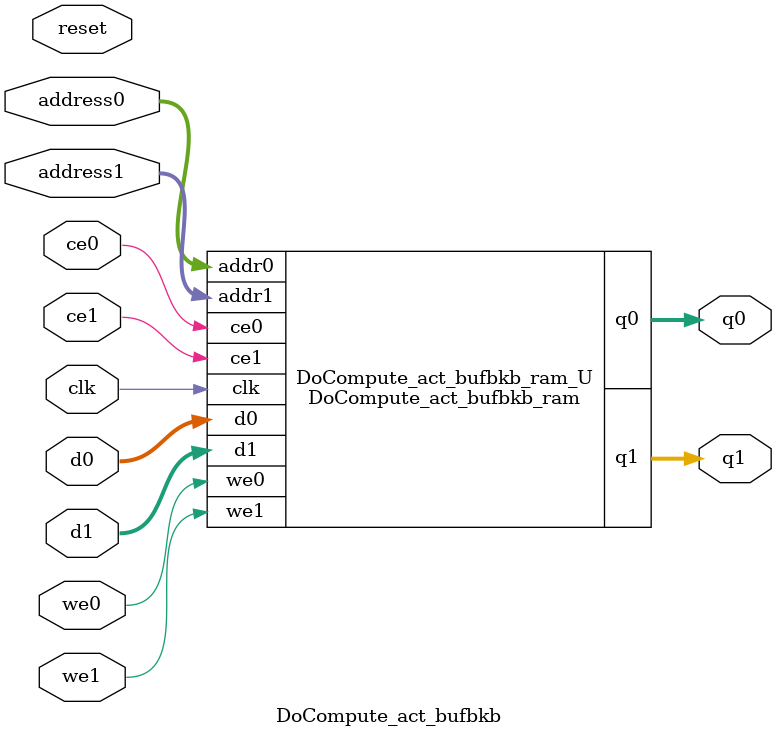
<source format=v>
`timescale 1 ns / 1 ps
module DoCompute_act_bufbkb_ram (addr0, ce0, d0, we0, q0, addr1, ce1, d1, we1, q1,  clk);

parameter DWIDTH = 8;
parameter AWIDTH = 12;
parameter MEM_SIZE = 4096;

input[AWIDTH-1:0] addr0;
input ce0;
input[DWIDTH-1:0] d0;
input we0;
output reg[DWIDTH-1:0] q0;
input[AWIDTH-1:0] addr1;
input ce1;
input[DWIDTH-1:0] d1;
input we1;
output reg[DWIDTH-1:0] q1;
input clk;

(* ram_style = "block" *)reg [DWIDTH-1:0] ram[0:MEM_SIZE-1];




always @(posedge clk)  
begin 
    if (ce0) begin
        if (we0) 
            ram[addr0] <= d0; 
        q0 <= ram[addr0];
    end
end


always @(posedge clk)  
begin 
    if (ce1) begin
        if (we1) 
            ram[addr1] <= d1; 
        q1 <= ram[addr1];
    end
end


endmodule

`timescale 1 ns / 1 ps
module DoCompute_act_bufbkb(
    reset,
    clk,
    address0,
    ce0,
    we0,
    d0,
    q0,
    address1,
    ce1,
    we1,
    d1,
    q1);

parameter DataWidth = 32'd8;
parameter AddressRange = 32'd4096;
parameter AddressWidth = 32'd12;
input reset;
input clk;
input[AddressWidth - 1:0] address0;
input ce0;
input we0;
input[DataWidth - 1:0] d0;
output[DataWidth - 1:0] q0;
input[AddressWidth - 1:0] address1;
input ce1;
input we1;
input[DataWidth - 1:0] d1;
output[DataWidth - 1:0] q1;



DoCompute_act_bufbkb_ram DoCompute_act_bufbkb_ram_U(
    .clk( clk ),
    .addr0( address0 ),
    .ce0( ce0 ),
    .we0( we0 ),
    .d0( d0 ),
    .q0( q0 ),
    .addr1( address1 ),
    .ce1( ce1 ),
    .we1( we1 ),
    .d1( d1 ),
    .q1( q1 ));

endmodule


</source>
